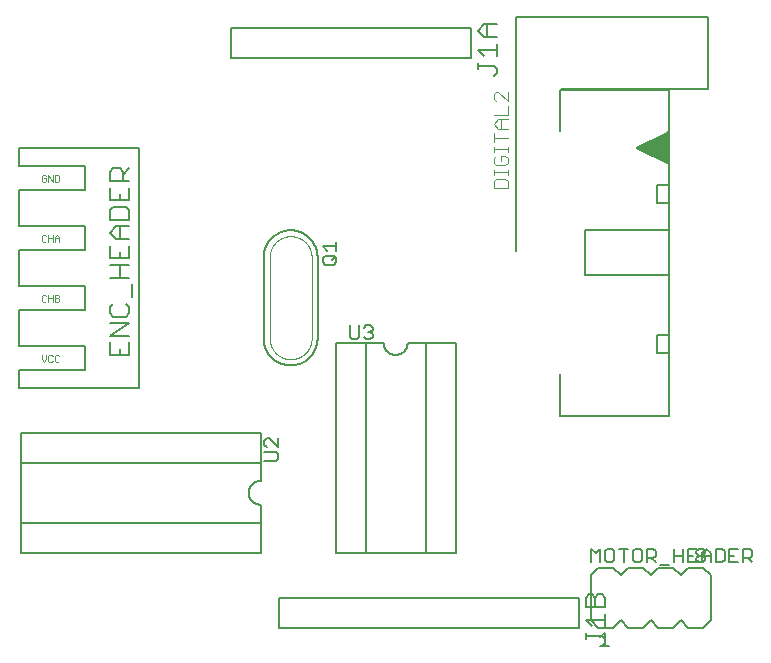
<source format=gbr>
G04 EAGLE Gerber RS-274X export*
G75*
%MOMM*%
%FSLAX34Y34*%
%LPD*%
%INSilkscreen Top*%
%IPPOS*%
%AMOC8*
5,1,8,0,0,1.08239X$1,22.5*%
G01*
%ADD10C,0.127000*%
%ADD11C,0.203200*%
%ADD12C,0.152400*%
%ADD13C,0.050800*%
%ADD14C,0.101600*%

G36*
X573110Y418092D02*
X573110Y418092D01*
X573116Y418091D01*
X573247Y418126D01*
X573379Y418158D01*
X573385Y418162D01*
X573391Y418163D01*
X573508Y418232D01*
X573626Y418300D01*
X573630Y418305D01*
X573636Y418309D01*
X573729Y418408D01*
X573823Y418505D01*
X573826Y418511D01*
X573830Y418516D01*
X573892Y418637D01*
X573955Y418757D01*
X573957Y418763D01*
X573960Y418769D01*
X573967Y418813D01*
X574013Y419035D01*
X574010Y419071D01*
X574015Y419100D01*
X574015Y444600D01*
X574014Y444607D01*
X574015Y444613D01*
X573995Y444747D01*
X573975Y444882D01*
X573973Y444887D01*
X573972Y444894D01*
X573915Y445017D01*
X573859Y445141D01*
X573855Y445146D01*
X573852Y445152D01*
X573763Y445255D01*
X573676Y445358D01*
X573670Y445362D01*
X573666Y445366D01*
X573552Y445440D01*
X573439Y445516D01*
X573433Y445517D01*
X573427Y445521D01*
X573297Y445560D01*
X573168Y445601D01*
X573161Y445601D01*
X573155Y445603D01*
X573019Y445605D01*
X572884Y445609D01*
X572877Y445607D01*
X572871Y445607D01*
X572828Y445594D01*
X572609Y445537D01*
X572578Y445518D01*
X572550Y445510D01*
X546800Y432760D01*
X546714Y432701D01*
X546624Y432650D01*
X546597Y432621D01*
X546565Y432599D01*
X546499Y432519D01*
X546427Y432445D01*
X546409Y432410D01*
X546384Y432380D01*
X546343Y432285D01*
X546295Y432193D01*
X546287Y432155D01*
X546271Y432119D01*
X546258Y432017D01*
X546237Y431915D01*
X546240Y431876D01*
X546235Y431837D01*
X546251Y431735D01*
X546259Y431631D01*
X546272Y431595D01*
X546278Y431556D01*
X546322Y431462D01*
X546358Y431365D01*
X546381Y431334D01*
X546398Y431298D01*
X546466Y431220D01*
X546527Y431137D01*
X546556Y431116D01*
X546584Y431084D01*
X546747Y430978D01*
X546800Y430940D01*
X572550Y418190D01*
X572556Y418188D01*
X572561Y418185D01*
X572692Y418143D01*
X572819Y418101D01*
X572826Y418101D01*
X572832Y418099D01*
X572968Y418095D01*
X573104Y418090D01*
X573110Y418092D01*
G37*
D10*
X406400Y508000D02*
X203200Y508000D01*
X203200Y533400D01*
X406400Y533400D01*
X406400Y508000D01*
X497840Y25400D02*
X243840Y25400D01*
X243840Y50800D01*
X497840Y50800D01*
X497840Y25400D01*
X125730Y228600D02*
X24130Y228600D01*
X24130Y431800D02*
X125730Y431800D01*
X125730Y228600D01*
X24130Y228600D02*
X24130Y243840D01*
X80010Y243840D01*
X80010Y264160D01*
X24130Y264160D01*
X24130Y294640D01*
X80010Y294640D01*
X80010Y314960D01*
X24130Y314960D01*
X24130Y345440D01*
X80010Y345440D01*
X80010Y365760D01*
X24130Y365760D01*
X24130Y396240D01*
X80010Y396240D01*
X80010Y416560D01*
X24130Y416560D01*
X24130Y431800D01*
D11*
X444500Y542290D02*
X607060Y542290D01*
X607060Y481330D01*
X482600Y481330D01*
X444500Y542290D02*
X444500Y344170D01*
D12*
X425786Y492667D02*
X428498Y495379D01*
X428498Y498091D01*
X425786Y500802D01*
X412228Y500802D01*
X412228Y498091D02*
X412228Y503514D01*
X417651Y509039D02*
X412228Y514462D01*
X428498Y514462D01*
X428498Y509039D02*
X428498Y519885D01*
X428498Y525410D02*
X417651Y525410D01*
X412228Y530834D01*
X417651Y536257D01*
X428498Y536257D01*
X420363Y536257D02*
X420363Y525410D01*
X519938Y12779D02*
X517226Y10067D01*
X519938Y12779D02*
X519938Y15491D01*
X517226Y18202D01*
X503668Y18202D01*
X503668Y15491D02*
X503668Y20914D01*
X509091Y26439D02*
X503668Y31862D01*
X519938Y31862D01*
X519938Y26439D02*
X519938Y37285D01*
X519938Y42810D02*
X503668Y42810D01*
X503668Y50945D01*
X506380Y53657D01*
X509091Y53657D01*
X511803Y50945D01*
X514515Y53657D01*
X517226Y53657D01*
X519938Y50945D01*
X519938Y42810D01*
X511803Y42810D02*
X511803Y50945D01*
X101078Y256146D02*
X101078Y266993D01*
X101078Y256146D02*
X117348Y256146D01*
X117348Y266993D01*
X109213Y261569D02*
X109213Y256146D01*
X117348Y272518D02*
X101078Y272518D01*
X117348Y283364D01*
X101078Y283364D01*
X101078Y297024D02*
X103790Y299736D01*
X101078Y297024D02*
X101078Y291601D01*
X103790Y288889D01*
X114636Y288889D01*
X117348Y291601D01*
X117348Y297024D01*
X114636Y299736D01*
X120060Y305261D02*
X120060Y316107D01*
X117348Y321632D02*
X101078Y321632D01*
X109213Y321632D02*
X109213Y332479D01*
X101078Y332479D02*
X117348Y332479D01*
X101078Y338004D02*
X101078Y348851D01*
X101078Y338004D02*
X117348Y338004D01*
X117348Y348851D01*
X109213Y343427D02*
X109213Y338004D01*
X106501Y354375D02*
X117348Y354375D01*
X106501Y354375D02*
X101078Y359799D01*
X106501Y365222D01*
X117348Y365222D01*
X109213Y365222D02*
X109213Y354375D01*
X101078Y370747D02*
X117348Y370747D01*
X117348Y378882D01*
X114636Y381594D01*
X103790Y381594D01*
X101078Y378882D01*
X101078Y370747D01*
X101078Y387119D02*
X101078Y397965D01*
X101078Y387119D02*
X117348Y387119D01*
X117348Y397965D01*
X109213Y392542D02*
X109213Y387119D01*
X117348Y403490D02*
X101078Y403490D01*
X101078Y411625D01*
X103790Y414337D01*
X109213Y414337D01*
X111925Y411625D01*
X111925Y403490D01*
X111925Y408913D02*
X117348Y414337D01*
D13*
X43105Y256291D02*
X43105Y252562D01*
X44969Y250698D01*
X46833Y252562D01*
X46833Y256291D01*
X51514Y256291D02*
X52446Y255359D01*
X51514Y256291D02*
X49650Y256291D01*
X48718Y255359D01*
X48718Y251630D01*
X49650Y250698D01*
X51514Y250698D01*
X52446Y251630D01*
X57127Y256291D02*
X58059Y255359D01*
X57127Y256291D02*
X55263Y256291D01*
X54331Y255359D01*
X54331Y251630D01*
X55263Y250698D01*
X57127Y250698D01*
X58059Y251630D01*
X46833Y306159D02*
X45901Y307091D01*
X44037Y307091D01*
X43105Y306159D01*
X43105Y302430D01*
X44037Y301498D01*
X45901Y301498D01*
X46833Y302430D01*
X48718Y301498D02*
X48718Y307091D01*
X48718Y304294D02*
X52446Y304294D01*
X52446Y301498D02*
X52446Y307091D01*
X54331Y307091D02*
X54331Y301498D01*
X54331Y307091D02*
X57127Y307091D01*
X58059Y306159D01*
X58059Y305227D01*
X57127Y304294D01*
X58059Y303362D01*
X58059Y302430D01*
X57127Y301498D01*
X54331Y301498D01*
X54331Y304294D02*
X57127Y304294D01*
X46833Y356959D02*
X45901Y357891D01*
X44037Y357891D01*
X43105Y356959D01*
X43105Y353230D01*
X44037Y352298D01*
X45901Y352298D01*
X46833Y353230D01*
X48718Y352298D02*
X48718Y357891D01*
X48718Y355094D02*
X52446Y355094D01*
X52446Y352298D02*
X52446Y357891D01*
X54331Y356027D02*
X54331Y352298D01*
X54331Y356027D02*
X56195Y357891D01*
X58059Y356027D01*
X58059Y352298D01*
X58059Y355094D02*
X54331Y355094D01*
X46833Y407759D02*
X45901Y408691D01*
X44037Y408691D01*
X43105Y407759D01*
X43105Y404030D01*
X44037Y403098D01*
X45901Y403098D01*
X46833Y404030D01*
X46833Y405894D01*
X44969Y405894D01*
X48718Y403098D02*
X48718Y408691D01*
X52446Y403098D01*
X52446Y408691D01*
X54331Y408691D02*
X54331Y403098D01*
X57127Y403098D01*
X58059Y404030D01*
X58059Y407759D01*
X57127Y408691D01*
X54331Y408691D01*
D12*
X393700Y266700D02*
X393700Y88900D01*
X292100Y88900D02*
X292100Y266700D01*
X368300Y88900D02*
X393700Y88900D01*
X393700Y266700D02*
X368300Y266700D01*
X317500Y266700D02*
X292100Y266700D01*
X332740Y266700D02*
X332743Y266453D01*
X332752Y266205D01*
X332767Y265958D01*
X332788Y265712D01*
X332815Y265466D01*
X332848Y265221D01*
X332887Y264976D01*
X332932Y264733D01*
X332983Y264491D01*
X333040Y264250D01*
X333102Y264011D01*
X333171Y263773D01*
X333245Y263537D01*
X333325Y263303D01*
X333410Y263071D01*
X333502Y262841D01*
X333598Y262613D01*
X333701Y262388D01*
X333808Y262165D01*
X333922Y261945D01*
X334040Y261728D01*
X334164Y261513D01*
X334293Y261302D01*
X334427Y261094D01*
X334566Y260889D01*
X334710Y260688D01*
X334858Y260490D01*
X335012Y260296D01*
X335170Y260106D01*
X335333Y259920D01*
X335500Y259738D01*
X335672Y259560D01*
X335848Y259386D01*
X336028Y259216D01*
X336213Y259051D01*
X336401Y258891D01*
X336593Y258735D01*
X336789Y258583D01*
X336988Y258437D01*
X337191Y258295D01*
X337398Y258159D01*
X337607Y258027D01*
X337820Y257901D01*
X338036Y257780D01*
X338254Y257664D01*
X338476Y257554D01*
X338700Y257449D01*
X338926Y257349D01*
X339155Y257255D01*
X339386Y257167D01*
X339620Y257084D01*
X339855Y257007D01*
X340092Y256936D01*
X340330Y256870D01*
X340570Y256811D01*
X340812Y256757D01*
X341055Y256709D01*
X341298Y256667D01*
X341543Y256631D01*
X341789Y256601D01*
X342035Y256577D01*
X342282Y256559D01*
X342529Y256547D01*
X342776Y256541D01*
X343024Y256541D01*
X343271Y256547D01*
X343518Y256559D01*
X343765Y256577D01*
X344011Y256601D01*
X344257Y256631D01*
X344502Y256667D01*
X344745Y256709D01*
X344988Y256757D01*
X345230Y256811D01*
X345470Y256870D01*
X345708Y256936D01*
X345945Y257007D01*
X346180Y257084D01*
X346414Y257167D01*
X346645Y257255D01*
X346874Y257349D01*
X347100Y257449D01*
X347324Y257554D01*
X347546Y257664D01*
X347764Y257780D01*
X347980Y257901D01*
X348193Y258027D01*
X348402Y258159D01*
X348609Y258295D01*
X348812Y258437D01*
X349011Y258583D01*
X349207Y258735D01*
X349399Y258891D01*
X349587Y259051D01*
X349772Y259216D01*
X349952Y259386D01*
X350128Y259560D01*
X350300Y259738D01*
X350467Y259920D01*
X350630Y260106D01*
X350788Y260296D01*
X350942Y260490D01*
X351090Y260688D01*
X351234Y260889D01*
X351373Y261094D01*
X351507Y261302D01*
X351636Y261513D01*
X351760Y261728D01*
X351878Y261945D01*
X351992Y262165D01*
X352099Y262388D01*
X352202Y262613D01*
X352298Y262841D01*
X352390Y263071D01*
X352475Y263303D01*
X352555Y263537D01*
X352629Y263773D01*
X352698Y264011D01*
X352760Y264250D01*
X352817Y264491D01*
X352868Y264733D01*
X352913Y264976D01*
X352952Y265221D01*
X352985Y265466D01*
X353012Y265712D01*
X353033Y265958D01*
X353048Y266205D01*
X353057Y266453D01*
X353060Y266700D01*
X368300Y266700D02*
X368300Y88900D01*
X368300Y266700D02*
X353060Y266700D01*
X368300Y88900D02*
X317500Y88900D01*
X317500Y266700D01*
X332740Y266700D01*
X317500Y88900D02*
X292100Y88900D01*
D10*
X304165Y271782D02*
X304165Y281315D01*
X304165Y271782D02*
X306072Y269875D01*
X309885Y269875D01*
X311792Y271782D01*
X311792Y281315D01*
X315859Y279408D02*
X317766Y281315D01*
X321579Y281315D01*
X323485Y279408D01*
X323485Y277502D01*
X321579Y275595D01*
X319672Y275595D01*
X321579Y275595D02*
X323485Y273688D01*
X323485Y271782D01*
X321579Y269875D01*
X317766Y269875D01*
X315859Y271782D01*
D12*
X228600Y88900D02*
X25400Y88900D01*
X25400Y190500D02*
X228600Y190500D01*
X25400Y114300D02*
X25400Y88900D01*
X228600Y88900D02*
X228600Y114300D01*
X228600Y165100D02*
X228600Y190500D01*
X228600Y149860D02*
X228353Y149857D01*
X228105Y149848D01*
X227858Y149833D01*
X227612Y149812D01*
X227366Y149785D01*
X227121Y149752D01*
X226876Y149713D01*
X226633Y149668D01*
X226391Y149617D01*
X226150Y149560D01*
X225911Y149498D01*
X225673Y149429D01*
X225437Y149355D01*
X225203Y149275D01*
X224971Y149190D01*
X224741Y149098D01*
X224513Y149002D01*
X224288Y148899D01*
X224065Y148792D01*
X223845Y148678D01*
X223628Y148560D01*
X223413Y148436D01*
X223202Y148307D01*
X222994Y148173D01*
X222789Y148034D01*
X222588Y147890D01*
X222390Y147742D01*
X222196Y147588D01*
X222006Y147430D01*
X221820Y147267D01*
X221638Y147100D01*
X221460Y146928D01*
X221286Y146752D01*
X221116Y146572D01*
X220951Y146387D01*
X220791Y146199D01*
X220635Y146007D01*
X220483Y145811D01*
X220337Y145612D01*
X220195Y145409D01*
X220059Y145202D01*
X219927Y144993D01*
X219801Y144780D01*
X219680Y144564D01*
X219564Y144346D01*
X219454Y144124D01*
X219349Y143900D01*
X219249Y143674D01*
X219155Y143445D01*
X219067Y143214D01*
X218984Y142980D01*
X218907Y142745D01*
X218836Y142508D01*
X218770Y142270D01*
X218711Y142030D01*
X218657Y141788D01*
X218609Y141545D01*
X218567Y141302D01*
X218531Y141057D01*
X218501Y140811D01*
X218477Y140565D01*
X218459Y140318D01*
X218447Y140071D01*
X218441Y139824D01*
X218441Y139576D01*
X218447Y139329D01*
X218459Y139082D01*
X218477Y138835D01*
X218501Y138589D01*
X218531Y138343D01*
X218567Y138098D01*
X218609Y137855D01*
X218657Y137612D01*
X218711Y137370D01*
X218770Y137130D01*
X218836Y136892D01*
X218907Y136655D01*
X218984Y136420D01*
X219067Y136186D01*
X219155Y135955D01*
X219249Y135726D01*
X219349Y135500D01*
X219454Y135276D01*
X219564Y135054D01*
X219680Y134836D01*
X219801Y134620D01*
X219927Y134407D01*
X220059Y134198D01*
X220195Y133991D01*
X220337Y133788D01*
X220483Y133589D01*
X220635Y133393D01*
X220791Y133201D01*
X220951Y133013D01*
X221116Y132828D01*
X221286Y132648D01*
X221460Y132472D01*
X221638Y132300D01*
X221820Y132133D01*
X222006Y131970D01*
X222196Y131812D01*
X222390Y131658D01*
X222588Y131510D01*
X222789Y131366D01*
X222994Y131227D01*
X223202Y131093D01*
X223413Y130964D01*
X223628Y130840D01*
X223845Y130722D01*
X224065Y130608D01*
X224288Y130501D01*
X224513Y130398D01*
X224741Y130302D01*
X224971Y130210D01*
X225203Y130125D01*
X225437Y130045D01*
X225673Y129971D01*
X225911Y129902D01*
X226150Y129840D01*
X226391Y129783D01*
X226633Y129732D01*
X226876Y129687D01*
X227121Y129648D01*
X227366Y129615D01*
X227612Y129588D01*
X227858Y129567D01*
X228105Y129552D01*
X228353Y129543D01*
X228600Y129540D01*
X228600Y114300D02*
X25400Y114300D01*
X228600Y114300D02*
X228600Y129540D01*
X25400Y114300D02*
X25400Y165100D01*
X228600Y165100D01*
X228600Y149860D01*
X25400Y165100D02*
X25400Y190500D01*
D10*
X231765Y166477D02*
X241298Y166477D01*
X243205Y168384D01*
X243205Y172197D01*
X241298Y174104D01*
X231765Y174104D01*
X243205Y178171D02*
X243205Y185798D01*
X235579Y185798D02*
X243205Y178171D01*
X235579Y185798D02*
X233672Y185798D01*
X231765Y183891D01*
X231765Y180078D01*
X233672Y178171D01*
D12*
X514350Y76200D02*
X527050Y76200D01*
X533400Y69850D01*
X539750Y76200D01*
X552450Y76200D01*
X558800Y69850D01*
X514350Y76200D02*
X508000Y69850D01*
X558800Y69850D02*
X565150Y76200D01*
X577850Y76200D01*
X584200Y69850D01*
X590550Y76200D02*
X603250Y76200D01*
X590550Y76200D02*
X584200Y69850D01*
X603250Y76200D02*
X609600Y69850D01*
X609600Y31750D01*
X533400Y31750D02*
X527050Y25400D01*
X552450Y25400D02*
X558800Y31750D01*
X552450Y25400D02*
X539750Y25400D01*
X533400Y31750D01*
X508000Y31750D02*
X508000Y69850D01*
X508000Y31750D02*
X514350Y25400D01*
X527050Y25400D01*
X577850Y25400D02*
X584200Y31750D01*
X577850Y25400D02*
X565150Y25400D01*
X558800Y31750D01*
X584200Y31750D02*
X590550Y25400D01*
X603250Y25400D01*
X609600Y31750D01*
D10*
X520068Y20965D02*
X516255Y17152D01*
X520068Y20965D02*
X520068Y9525D01*
X516255Y9525D02*
X523882Y9525D01*
X597535Y90178D02*
X599442Y92085D01*
X603255Y92085D01*
X605162Y90178D01*
X605162Y88272D01*
X603255Y86365D01*
X605162Y84458D01*
X605162Y82552D01*
X603255Y80645D01*
X599442Y80645D01*
X597535Y82552D01*
X597535Y84458D01*
X599442Y86365D01*
X597535Y88272D01*
X597535Y90178D01*
X599442Y86365D02*
X603255Y86365D01*
X508635Y80645D02*
X508635Y92085D01*
X512448Y88272D01*
X516262Y92085D01*
X516262Y80645D01*
X522236Y92085D02*
X526049Y92085D01*
X522236Y92085D02*
X520329Y90178D01*
X520329Y82552D01*
X522236Y80645D01*
X526049Y80645D01*
X527955Y82552D01*
X527955Y90178D01*
X526049Y92085D01*
X535836Y92085D02*
X535836Y80645D01*
X532023Y92085D02*
X539649Y92085D01*
X545624Y92085D02*
X549437Y92085D01*
X545624Y92085D02*
X543717Y90178D01*
X543717Y82552D01*
X545624Y80645D01*
X549437Y80645D01*
X551343Y82552D01*
X551343Y90178D01*
X549437Y92085D01*
X555411Y92085D02*
X555411Y80645D01*
X555411Y92085D02*
X561131Y92085D01*
X563037Y90178D01*
X563037Y86365D01*
X561131Y84458D01*
X555411Y84458D01*
X559224Y84458D02*
X563037Y80645D01*
X567105Y78738D02*
X574731Y78738D01*
X578799Y80645D02*
X578799Y92085D01*
X578799Y86365D02*
X586425Y86365D01*
X586425Y92085D02*
X586425Y80645D01*
X590493Y92085D02*
X598119Y92085D01*
X590493Y92085D02*
X590493Y80645D01*
X598119Y80645D01*
X594306Y86365D02*
X590493Y86365D01*
X602187Y88272D02*
X602187Y80645D01*
X602187Y88272D02*
X606000Y92085D01*
X609813Y88272D01*
X609813Y80645D01*
X609813Y86365D02*
X602187Y86365D01*
X613881Y92085D02*
X613881Y80645D01*
X619601Y80645D01*
X621507Y82552D01*
X621507Y90178D01*
X619601Y92085D01*
X613881Y92085D01*
X625575Y92085D02*
X633201Y92085D01*
X625575Y92085D02*
X625575Y80645D01*
X633201Y80645D01*
X629388Y86365D02*
X625575Y86365D01*
X637269Y80645D02*
X637269Y92085D01*
X642989Y92085D01*
X644895Y90178D01*
X644895Y86365D01*
X642989Y84458D01*
X637269Y84458D01*
X641082Y84458D02*
X644895Y80645D01*
D12*
X231140Y270510D02*
X231140Y339090D01*
X276860Y339090D02*
X276860Y270510D01*
D13*
X236220Y270510D02*
X236220Y339090D01*
X271780Y339090D02*
X271780Y270510D01*
X271775Y270077D01*
X271759Y269644D01*
X271733Y269212D01*
X271696Y268781D01*
X271648Y268350D01*
X271591Y267921D01*
X271522Y267494D01*
X271444Y267068D01*
X271355Y266644D01*
X271255Y266223D01*
X271146Y265804D01*
X271026Y265388D01*
X270896Y264975D01*
X270757Y264565D01*
X270607Y264158D01*
X270447Y263756D01*
X270278Y263357D01*
X270099Y262963D01*
X269910Y262573D01*
X269712Y262188D01*
X269505Y261808D01*
X269289Y261433D01*
X269063Y261064D01*
X268828Y260700D01*
X268585Y260341D01*
X268333Y259989D01*
X268073Y259643D01*
X267804Y259304D01*
X267527Y258971D01*
X267242Y258645D01*
X266949Y258326D01*
X266649Y258014D01*
X266341Y257710D01*
X266025Y257413D01*
X265703Y257124D01*
X265373Y256843D01*
X265037Y256571D01*
X264695Y256306D01*
X264345Y256050D01*
X263990Y255802D01*
X263629Y255563D01*
X263262Y255333D01*
X262890Y255112D01*
X262512Y254900D01*
X262130Y254697D01*
X261742Y254504D01*
X261350Y254320D01*
X260954Y254146D01*
X260553Y253982D01*
X260149Y253827D01*
X259741Y253682D01*
X259329Y253547D01*
X258915Y253423D01*
X258497Y253308D01*
X258077Y253204D01*
X257654Y253110D01*
X257230Y253026D01*
X256803Y252952D01*
X256374Y252889D01*
X255945Y252837D01*
X255514Y252795D01*
X255082Y252763D01*
X254649Y252742D01*
X254216Y252731D01*
X253784Y252731D01*
X253351Y252742D01*
X252918Y252763D01*
X252486Y252795D01*
X252055Y252837D01*
X251626Y252889D01*
X251197Y252952D01*
X250770Y253026D01*
X250346Y253110D01*
X249923Y253204D01*
X249503Y253308D01*
X249085Y253423D01*
X248671Y253547D01*
X248259Y253682D01*
X247851Y253827D01*
X247447Y253982D01*
X247046Y254146D01*
X246650Y254320D01*
X246258Y254504D01*
X245870Y254697D01*
X245488Y254900D01*
X245110Y255112D01*
X244738Y255333D01*
X244371Y255563D01*
X244010Y255802D01*
X243655Y256050D01*
X243305Y256306D01*
X242963Y256571D01*
X242627Y256843D01*
X242297Y257124D01*
X241975Y257413D01*
X241659Y257710D01*
X241351Y258014D01*
X241051Y258326D01*
X240758Y258645D01*
X240473Y258971D01*
X240196Y259304D01*
X239927Y259643D01*
X239667Y259989D01*
X239415Y260341D01*
X239172Y260700D01*
X238937Y261064D01*
X238711Y261433D01*
X238495Y261808D01*
X238288Y262188D01*
X238090Y262573D01*
X237901Y262963D01*
X237722Y263357D01*
X237553Y263756D01*
X237393Y264158D01*
X237243Y264565D01*
X237104Y264975D01*
X236974Y265388D01*
X236854Y265804D01*
X236745Y266223D01*
X236645Y266644D01*
X236556Y267068D01*
X236478Y267494D01*
X236409Y267921D01*
X236352Y268350D01*
X236304Y268781D01*
X236267Y269212D01*
X236241Y269644D01*
X236225Y270077D01*
X236220Y270510D01*
D12*
X231140Y270510D02*
X231147Y269953D01*
X231167Y269397D01*
X231201Y268841D01*
X231248Y268287D01*
X231309Y267733D01*
X231384Y267182D01*
X231471Y266632D01*
X231572Y266084D01*
X231687Y265540D01*
X231815Y264998D01*
X231955Y264459D01*
X232109Y263924D01*
X232276Y263393D01*
X232456Y262866D01*
X232648Y262344D01*
X232854Y261826D01*
X233071Y261314D01*
X233301Y260807D01*
X233544Y260306D01*
X233798Y259811D01*
X234065Y259322D01*
X234343Y258840D01*
X234633Y258365D01*
X234935Y257897D01*
X235248Y257436D01*
X235572Y256983D01*
X235906Y256539D01*
X236252Y256102D01*
X236608Y255674D01*
X236975Y255255D01*
X237351Y254845D01*
X237737Y254444D01*
X238133Y254053D01*
X238539Y253672D01*
X238954Y253300D01*
X239377Y252939D01*
X239809Y252588D01*
X240250Y252248D01*
X240699Y251918D01*
X241155Y251600D01*
X241620Y251293D01*
X242091Y250997D01*
X242570Y250713D01*
X243055Y250440D01*
X243547Y250180D01*
X244046Y249931D01*
X244550Y249695D01*
X245059Y249471D01*
X245574Y249259D01*
X246094Y249061D01*
X246619Y248874D01*
X247148Y248701D01*
X247681Y248541D01*
X248218Y248393D01*
X248758Y248259D01*
X249302Y248138D01*
X249848Y248030D01*
X250396Y247936D01*
X250947Y247855D01*
X251500Y247787D01*
X252054Y247733D01*
X252609Y247692D01*
X253165Y247665D01*
X253722Y247652D01*
X254278Y247652D01*
X254835Y247665D01*
X255391Y247692D01*
X255946Y247733D01*
X256500Y247787D01*
X257053Y247855D01*
X257604Y247936D01*
X258152Y248030D01*
X258698Y248138D01*
X259242Y248259D01*
X259782Y248393D01*
X260319Y248541D01*
X260852Y248701D01*
X261381Y248874D01*
X261906Y249061D01*
X262426Y249259D01*
X262941Y249471D01*
X263450Y249695D01*
X263954Y249931D01*
X264453Y250180D01*
X264945Y250440D01*
X265430Y250713D01*
X265909Y250997D01*
X266380Y251293D01*
X266845Y251600D01*
X267301Y251918D01*
X267750Y252248D01*
X268191Y252588D01*
X268623Y252939D01*
X269046Y253300D01*
X269461Y253672D01*
X269867Y254053D01*
X270263Y254444D01*
X270649Y254845D01*
X271025Y255255D01*
X271392Y255674D01*
X271748Y256102D01*
X272094Y256539D01*
X272428Y256983D01*
X272752Y257436D01*
X273065Y257897D01*
X273367Y258365D01*
X273657Y258840D01*
X273935Y259322D01*
X274202Y259811D01*
X274456Y260306D01*
X274699Y260807D01*
X274929Y261314D01*
X275146Y261826D01*
X275352Y262344D01*
X275544Y262866D01*
X275724Y263393D01*
X275891Y263924D01*
X276045Y264459D01*
X276185Y264998D01*
X276313Y265540D01*
X276428Y266084D01*
X276529Y266632D01*
X276616Y267182D01*
X276691Y267733D01*
X276752Y268287D01*
X276799Y268841D01*
X276833Y269397D01*
X276853Y269953D01*
X276860Y270510D01*
X276860Y339090D02*
X276853Y339647D01*
X276833Y340203D01*
X276799Y340759D01*
X276752Y341313D01*
X276691Y341867D01*
X276616Y342418D01*
X276529Y342968D01*
X276428Y343516D01*
X276313Y344060D01*
X276185Y344602D01*
X276045Y345141D01*
X275891Y345676D01*
X275724Y346207D01*
X275544Y346734D01*
X275352Y347256D01*
X275146Y347774D01*
X274929Y348286D01*
X274699Y348793D01*
X274456Y349294D01*
X274202Y349789D01*
X273935Y350278D01*
X273657Y350760D01*
X273367Y351235D01*
X273065Y351703D01*
X272752Y352164D01*
X272428Y352617D01*
X272094Y353061D01*
X271748Y353498D01*
X271392Y353926D01*
X271025Y354345D01*
X270649Y354755D01*
X270263Y355156D01*
X269867Y355547D01*
X269461Y355928D01*
X269046Y356300D01*
X268623Y356661D01*
X268191Y357012D01*
X267750Y357352D01*
X267301Y357682D01*
X266845Y358000D01*
X266380Y358307D01*
X265909Y358603D01*
X265430Y358887D01*
X264945Y359160D01*
X264453Y359420D01*
X263954Y359669D01*
X263450Y359905D01*
X262941Y360129D01*
X262426Y360341D01*
X261906Y360539D01*
X261381Y360726D01*
X260852Y360899D01*
X260319Y361059D01*
X259782Y361207D01*
X259242Y361341D01*
X258698Y361462D01*
X258152Y361570D01*
X257604Y361664D01*
X257053Y361745D01*
X256500Y361813D01*
X255946Y361867D01*
X255391Y361908D01*
X254835Y361935D01*
X254278Y361948D01*
X253722Y361948D01*
X253165Y361935D01*
X252609Y361908D01*
X252054Y361867D01*
X251500Y361813D01*
X250947Y361745D01*
X250396Y361664D01*
X249848Y361570D01*
X249302Y361462D01*
X248758Y361341D01*
X248218Y361207D01*
X247681Y361059D01*
X247148Y360899D01*
X246619Y360726D01*
X246094Y360539D01*
X245574Y360341D01*
X245059Y360129D01*
X244550Y359905D01*
X244046Y359669D01*
X243547Y359420D01*
X243055Y359160D01*
X242570Y358887D01*
X242091Y358603D01*
X241620Y358307D01*
X241155Y358000D01*
X240699Y357682D01*
X240250Y357352D01*
X239809Y357012D01*
X239377Y356661D01*
X238954Y356300D01*
X238539Y355928D01*
X238133Y355547D01*
X237737Y355156D01*
X237351Y354755D01*
X236975Y354345D01*
X236608Y353926D01*
X236252Y353498D01*
X235906Y353061D01*
X235572Y352617D01*
X235248Y352164D01*
X234935Y351703D01*
X234633Y351235D01*
X234343Y350760D01*
X234065Y350278D01*
X233798Y349789D01*
X233544Y349294D01*
X233301Y348793D01*
X233071Y348286D01*
X232854Y347774D01*
X232648Y347256D01*
X232456Y346734D01*
X232276Y346207D01*
X232109Y345676D01*
X231955Y345141D01*
X231815Y344602D01*
X231687Y344060D01*
X231572Y343516D01*
X231471Y342968D01*
X231384Y342418D01*
X231309Y341867D01*
X231248Y341313D01*
X231201Y340759D01*
X231167Y340203D01*
X231147Y339647D01*
X231140Y339090D01*
D13*
X236220Y339090D02*
X236225Y339523D01*
X236241Y339956D01*
X236267Y340388D01*
X236304Y340819D01*
X236352Y341250D01*
X236409Y341679D01*
X236478Y342106D01*
X236556Y342532D01*
X236645Y342956D01*
X236745Y343377D01*
X236854Y343796D01*
X236974Y344212D01*
X237104Y344625D01*
X237243Y345035D01*
X237393Y345442D01*
X237553Y345844D01*
X237722Y346243D01*
X237901Y346637D01*
X238090Y347027D01*
X238288Y347412D01*
X238495Y347792D01*
X238711Y348167D01*
X238937Y348536D01*
X239172Y348900D01*
X239415Y349259D01*
X239667Y349611D01*
X239927Y349957D01*
X240196Y350296D01*
X240473Y350629D01*
X240758Y350955D01*
X241051Y351274D01*
X241351Y351586D01*
X241659Y351890D01*
X241975Y352187D01*
X242297Y352476D01*
X242627Y352757D01*
X242963Y353029D01*
X243305Y353294D01*
X243655Y353550D01*
X244010Y353798D01*
X244371Y354037D01*
X244738Y354267D01*
X245110Y354488D01*
X245488Y354700D01*
X245870Y354903D01*
X246258Y355096D01*
X246650Y355280D01*
X247046Y355454D01*
X247447Y355618D01*
X247851Y355773D01*
X248259Y355918D01*
X248671Y356053D01*
X249085Y356177D01*
X249503Y356292D01*
X249923Y356396D01*
X250346Y356490D01*
X250770Y356574D01*
X251197Y356648D01*
X251626Y356711D01*
X252055Y356763D01*
X252486Y356805D01*
X252918Y356837D01*
X253351Y356858D01*
X253784Y356869D01*
X254216Y356869D01*
X254649Y356858D01*
X255082Y356837D01*
X255514Y356805D01*
X255945Y356763D01*
X256374Y356711D01*
X256803Y356648D01*
X257230Y356574D01*
X257654Y356490D01*
X258077Y356396D01*
X258497Y356292D01*
X258915Y356177D01*
X259329Y356053D01*
X259741Y355918D01*
X260149Y355773D01*
X260553Y355618D01*
X260954Y355454D01*
X261350Y355280D01*
X261742Y355096D01*
X262130Y354903D01*
X262512Y354700D01*
X262890Y354488D01*
X263262Y354267D01*
X263629Y354037D01*
X263990Y353798D01*
X264345Y353550D01*
X264695Y353294D01*
X265037Y353029D01*
X265373Y352757D01*
X265703Y352476D01*
X266025Y352187D01*
X266341Y351890D01*
X266649Y351586D01*
X266949Y351274D01*
X267242Y350955D01*
X267527Y350629D01*
X267804Y350296D01*
X268073Y349957D01*
X268333Y349611D01*
X268585Y349259D01*
X268828Y348900D01*
X269063Y348536D01*
X269289Y348167D01*
X269505Y347792D01*
X269712Y347412D01*
X269910Y347027D01*
X270099Y346637D01*
X270278Y346243D01*
X270447Y345844D01*
X270607Y345442D01*
X270757Y345035D01*
X270896Y344625D01*
X271026Y344212D01*
X271146Y343796D01*
X271255Y343377D01*
X271355Y342956D01*
X271444Y342532D01*
X271522Y342106D01*
X271591Y341679D01*
X271648Y341250D01*
X271696Y340819D01*
X271733Y340388D01*
X271759Y339956D01*
X271775Y339523D01*
X271780Y339090D01*
D10*
X283202Y332847D02*
X290828Y332847D01*
X283202Y332847D02*
X281295Y334754D01*
X281295Y338567D01*
X283202Y340474D01*
X290828Y340474D01*
X292735Y338567D01*
X292735Y334754D01*
X290828Y332847D01*
X288922Y336660D02*
X292735Y340474D01*
X285109Y344541D02*
X281295Y348354D01*
X292735Y348354D01*
X292735Y344541D02*
X292735Y352168D01*
D11*
X482300Y204800D02*
X574300Y204800D01*
X574300Y258120D01*
X574300Y272910D01*
X574300Y258120D02*
X564600Y258120D01*
X564600Y272910D01*
X574300Y272910D01*
X574300Y324070D01*
X503650Y324070D01*
X503650Y361730D01*
X574300Y361730D01*
X574300Y324070D01*
X574300Y361730D02*
X574300Y385120D01*
X574300Y399910D01*
X574300Y481000D01*
X482300Y481000D01*
X564600Y385120D02*
X574300Y385120D01*
X564600Y385120D02*
X564600Y399910D01*
X574300Y399910D01*
X482300Y445560D02*
X482300Y481000D01*
X482300Y240370D02*
X482300Y204800D01*
D14*
X437642Y397352D02*
X425948Y397352D01*
X437642Y397352D02*
X437642Y403199D01*
X435693Y405148D01*
X427897Y405148D01*
X425948Y403199D01*
X425948Y397352D01*
X437642Y409046D02*
X437642Y412944D01*
X437642Y410995D02*
X425948Y410995D01*
X425948Y409046D02*
X425948Y412944D01*
X425948Y422689D02*
X427897Y424638D01*
X425948Y422689D02*
X425948Y418791D01*
X427897Y416842D01*
X435693Y416842D01*
X437642Y418791D01*
X437642Y422689D01*
X435693Y424638D01*
X431795Y424638D01*
X431795Y420740D01*
X437642Y428536D02*
X437642Y432434D01*
X437642Y430485D02*
X425948Y430485D01*
X425948Y428536D02*
X425948Y432434D01*
X425948Y440230D02*
X437642Y440230D01*
X425948Y436332D02*
X425948Y444128D01*
X429846Y448026D02*
X437642Y448026D01*
X429846Y448026D02*
X425948Y451924D01*
X429846Y455822D01*
X437642Y455822D01*
X431795Y455822D02*
X431795Y448026D01*
X425948Y459720D02*
X437642Y459720D01*
X437642Y467516D01*
X437642Y471414D02*
X437642Y479210D01*
X437642Y471414D02*
X429846Y479210D01*
X427897Y479210D01*
X425948Y477261D01*
X425948Y473363D01*
X427897Y471414D01*
M02*

</source>
